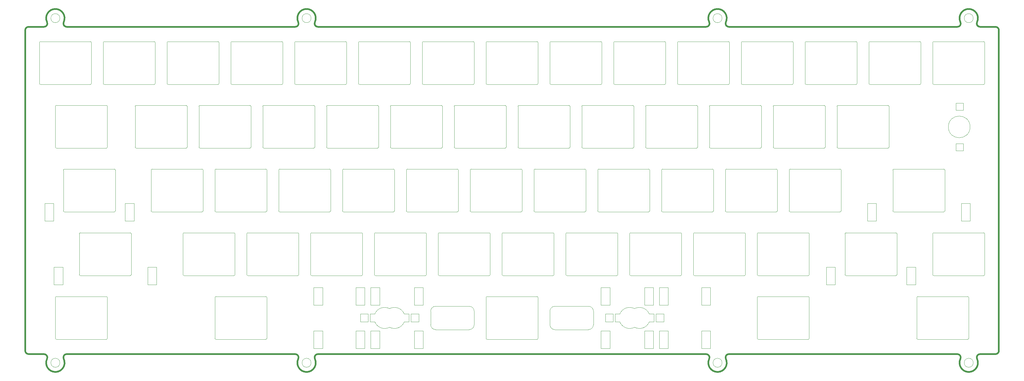
<source format=gbr>
%TF.GenerationSoftware,KiCad,Pcbnew,(5.1.10)-1*%
%TF.CreationDate,2021-06-20T12:47:20+07:00*%
%TF.ProjectId,Ansi,416e7369-2e6b-4696-9361-645f70636258,rev?*%
%TF.SameCoordinates,Original*%
%TF.FileFunction,Profile,NP*%
%FSLAX46Y46*%
G04 Gerber Fmt 4.6, Leading zero omitted, Abs format (unit mm)*
G04 Created by KiCad (PCBNEW (5.1.10)-1) date 2021-06-20 12:47:20*
%MOMM*%
%LPD*%
G01*
G04 APERTURE LIST*
%TA.AperFunction,Profile*%
%ADD10C,0.500000*%
%TD*%
%TA.AperFunction,Profile*%
%ADD11C,0.100000*%
%TD*%
G04 APERTURE END LIST*
D10*
X204467165Y-45740207D02*
G75*
G02*
X203562755Y-44313541I-1J1000000D01*
G01*
X198588504Y-44313540D02*
G75*
G02*
X203562755Y-44313541I2487126J1173333D01*
G01*
X198588506Y-44313540D02*
G75*
G02*
X197684097Y-45740207I-904409J-426667D01*
G01*
X81767814Y-45740207D02*
X197684097Y-45740207D01*
X81767815Y-45740207D02*
G75*
G02*
X80863405Y-44313541I-1J1000000D01*
G01*
X75889154Y-44313540D02*
G75*
G02*
X80863405Y-44313541I2487126J1173333D01*
G01*
X75889156Y-44313540D02*
G75*
G02*
X74984747Y-45740207I-904409J-426667D01*
G01*
X6767814Y-45740207D02*
X74984747Y-45740207D01*
X6767815Y-45740207D02*
G75*
G02*
X5863405Y-44313541I-1J1000000D01*
G01*
X889154Y-44313540D02*
G75*
G02*
X5863405Y-44313541I2487126J1173333D01*
G01*
X889156Y-44313540D02*
G75*
G02*
X-15253Y-45740207I-904409J-426667D01*
G01*
X-4623720Y-45740207D02*
X-15253Y-45740207D01*
X-5623720Y-46740207D02*
G75*
G02*
X-4623720Y-45740207I1000000J0D01*
G01*
X-5623719Y-142539537D02*
X-5623719Y-46740207D01*
X-4623720Y-143539536D02*
G75*
G02*
X-5623719Y-142539537I0J999999D01*
G01*
X-15253Y-143539537D02*
X-4623720Y-143539537D01*
X-15253Y-143539537D02*
G75*
G02*
X889156Y-144966204I0J-1000000D01*
G01*
X5863404Y-144966204D02*
G75*
G02*
X889156Y-144966204I-2487124J-1173333D01*
G01*
X5863405Y-144966204D02*
G75*
G02*
X6767814Y-143539537I904409J426667D01*
G01*
X74984747Y-143539537D02*
X6767814Y-143539537D01*
X74984747Y-143539537D02*
G75*
G02*
X75889156Y-144966204I0J-1000000D01*
G01*
X80863404Y-144966204D02*
G75*
G02*
X75889156Y-144966204I-2487124J-1173333D01*
G01*
X80863405Y-144966204D02*
G75*
G02*
X81767814Y-143539537I904409J426667D01*
G01*
X197684097Y-143539537D02*
X81767814Y-143539537D01*
X197684097Y-143539537D02*
G75*
G02*
X198588506Y-144966204I0J-1000000D01*
G01*
X203562754Y-144966204D02*
G75*
G02*
X198588506Y-144966204I-2487124J-1173333D01*
G01*
X203562755Y-144966204D02*
G75*
G02*
X204467164Y-143539537I904409J426667D01*
G01*
X272684097Y-143539537D02*
X204467164Y-143539537D01*
X272684097Y-143539537D02*
G75*
G02*
X273588506Y-144966204I0J-1000000D01*
G01*
X278562754Y-144966204D02*
G75*
G02*
X273588506Y-144966204I-2487124J-1173333D01*
G01*
X278562755Y-144966204D02*
G75*
G02*
X279467164Y-143539537I904409J426667D01*
G01*
X284075630Y-143539537D02*
X279467164Y-143539537D01*
X285075630Y-142539537D02*
G75*
G02*
X284075630Y-143539537I-1000000J0D01*
G01*
X285075630Y-46740207D02*
X285075630Y-142539537D01*
X284075630Y-45740207D02*
G75*
G02*
X285075630Y-46740207I0J-1000000D01*
G01*
X279467164Y-45740207D02*
X284075630Y-45740207D01*
X279467165Y-45740207D02*
G75*
G02*
X278562755Y-44313541I-1J1000000D01*
G01*
X273588504Y-44313540D02*
G75*
G02*
X278562755Y-44313541I2487126J1173333D01*
G01*
X273588506Y-44313540D02*
G75*
G02*
X272684097Y-45740207I-904409J-426667D01*
G01*
X204467164Y-45740207D02*
X272684097Y-45740207D01*
D11*
X51926479Y-50140380D02*
G75*
G02*
X52226479Y-50440380I0J-300000D01*
G01*
X52226479Y-50440380D02*
X52226480Y-62640380D01*
X202425630Y-146139537D02*
G75*
G03*
X202425630Y-146139537I-1350000J0D01*
G01*
X79726280Y-146139537D02*
G75*
G03*
X79726280Y-146139537I-1350000J0D01*
G01*
X4726280Y-146139537D02*
G75*
G03*
X4726280Y-146139537I-1350000J0D01*
G01*
X276478136Y-75640643D02*
G75*
G03*
X276478136Y-75640643I-3238500J0D01*
G01*
X202425630Y-43140207D02*
G75*
G03*
X202425630Y-43140207I-1350000J0D01*
G01*
X277425630Y-43140207D02*
G75*
G03*
X277425630Y-43140207I-1350000J0D01*
G01*
X277425630Y-146139537D02*
G75*
G03*
X277425630Y-146139537I-1350000J0D01*
G01*
X4726280Y-43140207D02*
G75*
G03*
X4726280Y-43140207I-1350000J0D01*
G01*
X79726280Y-43140207D02*
G75*
G03*
X79726280Y-43140207I-1350000J0D01*
G01*
X79588980Y-119790380D02*
X79588980Y-107590380D01*
X79888980Y-120090380D02*
G75*
G02*
X79588980Y-119790380I0J300000D01*
G01*
X94788980Y-120090380D02*
X79888980Y-120090380D01*
X95088979Y-119790381D02*
G75*
G02*
X94788980Y-120090380I-299999J0D01*
G01*
X95088980Y-107590380D02*
X95088980Y-119790380D01*
X94788980Y-107290380D02*
G75*
G02*
X95088980Y-107590380I0J-300000D01*
G01*
X79888980Y-107290380D02*
X94788980Y-107290380D01*
X79588980Y-107590380D02*
G75*
G02*
X79888980Y-107290380I300000J0D01*
G01*
X2855230Y-103725380D02*
X2855230Y-98515380D01*
X185229Y-103725380D02*
X2855230Y-103725380D01*
X185229Y-98515380D02*
X185229Y-103725380D01*
X2855230Y-98515380D02*
X185229Y-98515380D01*
X132276480Y-62940380D02*
G75*
G02*
X131976480Y-62640380I0J300000D01*
G01*
X131976480Y-50440380D02*
X131976480Y-62640380D01*
X131976480Y-50440380D02*
G75*
G02*
X132276480Y-50140380I300000J0D01*
G01*
X147176480Y-50140380D02*
X132276480Y-50140380D01*
X147176480Y-50140380D02*
G75*
G02*
X147476480Y-50440380I0J-300000D01*
G01*
X147476480Y-62640380D02*
X147476480Y-50440380D01*
X147476480Y-62640380D02*
G75*
G02*
X147176480Y-62940380I-300000J0D01*
G01*
X132276480Y-62940380D02*
X147176480Y-62940380D01*
X265626480Y-107290381D02*
X280526480Y-107290380D01*
X265326481Y-107590380D02*
G75*
G02*
X265626480Y-107290381I299999J0D01*
G01*
X265326480Y-119790380D02*
X265326480Y-107590380D01*
X265626480Y-120090380D02*
G75*
G02*
X265326480Y-119790380I0J300000D01*
G01*
X280526480Y-120090380D02*
X265626480Y-120090380D01*
X280826480Y-119790380D02*
G75*
G02*
X280526480Y-120090380I-300000J0D01*
G01*
X280826480Y-107590380D02*
X280826480Y-119790380D01*
X280526479Y-107290381D02*
G75*
G02*
X280826480Y-107590380I1J-300000D01*
G01*
X175751480Y-81990381D02*
X160851480Y-81990380D01*
X176051480Y-81690379D02*
G75*
G02*
X175751480Y-81990381I-300001J-1D01*
G01*
X176051480Y-69490380D02*
X176051480Y-81690380D01*
X175751480Y-69190380D02*
G75*
G02*
X176051480Y-69490380I0J-300000D01*
G01*
X160851480Y-69190380D02*
X175751480Y-69190381D01*
X160551480Y-69490380D02*
G75*
G02*
X160851480Y-69190380I300000J0D01*
G01*
X160551480Y-81690380D02*
X160551480Y-69490380D01*
X160851480Y-81990380D02*
G75*
G02*
X160551480Y-81690380I0J300000D01*
G01*
X74826480Y-62640380D02*
X74826480Y-50440380D01*
X75126480Y-62940380D02*
G75*
G02*
X74826480Y-62640380I0J300000D01*
G01*
X90026480Y-62940380D02*
X75126480Y-62940380D01*
X90326480Y-62640380D02*
G75*
G02*
X90026480Y-62940380I-300000J0D01*
G01*
X90326480Y-50440380D02*
X90326480Y-62640380D01*
X90026480Y-50140380D02*
G75*
G02*
X90326480Y-50440380I0J-300000D01*
G01*
X75126480Y-50140380D02*
X90026480Y-50140380D01*
X74826479Y-50440379D02*
G75*
G02*
X75126480Y-50140380I300000J-1D01*
G01*
X166276180Y-141823731D02*
X168943180Y-141823731D01*
X166276180Y-136616031D02*
X166276180Y-141823731D01*
X168943180Y-136616031D02*
X166276180Y-136616031D01*
X168943180Y-141823731D02*
X168943180Y-136616031D01*
X146563979Y-101040381D02*
G75*
G02*
X146263980Y-100740380I1J300000D01*
G01*
X146263980Y-88540380D02*
X146263980Y-100740380D01*
X146263980Y-88540380D02*
G75*
G02*
X146563980Y-88240380I300000J0D01*
G01*
X161463980Y-88240380D02*
X146563980Y-88240380D01*
X161463978Y-88240380D02*
G75*
G02*
X161763980Y-88540380I1J-300001D01*
G01*
X161763980Y-100740380D02*
X161763980Y-88540380D01*
X161763979Y-100740381D02*
G75*
G02*
X161463980Y-101040380I-299999J0D01*
G01*
X146563980Y-101040380D02*
X161463980Y-101040380D01*
X260863980Y-126340381D02*
X275763980Y-126340380D01*
X260563980Y-126640379D02*
G75*
G02*
X260863980Y-126340381I299999J-1D01*
G01*
X260563980Y-138840380D02*
X260563980Y-126640380D01*
X260863980Y-139140380D02*
G75*
G02*
X260563980Y-138840380I0J300000D01*
G01*
X275763980Y-139140380D02*
X260863980Y-139140380D01*
X276063980Y-138840380D02*
G75*
G02*
X275763980Y-139140380I-300000J0D01*
G01*
X276063980Y-126640380D02*
X276063980Y-138840380D01*
X275763980Y-126340380D02*
G75*
G02*
X276063980Y-126640380I0J-300000D01*
G01*
X151938980Y-107290380D02*
G75*
G02*
X152238980Y-107590380I0J-300000D01*
G01*
X152238980Y-119790380D02*
X152238980Y-107590380D01*
X152238979Y-119790381D02*
G75*
G02*
X151938980Y-120090380I-299999J0D01*
G01*
X137038980Y-120090381D02*
X151938980Y-120090380D01*
X137038980Y-120090381D02*
G75*
G02*
X136738979Y-119790380I0J300001D01*
G01*
X136738980Y-107590380D02*
X136738979Y-119790380D01*
X136738979Y-107590379D02*
G75*
G02*
X137038980Y-107290380I300000J-1D01*
G01*
X151938980Y-107290380D02*
X137038980Y-107290380D01*
X168943180Y-128863731D02*
X168943180Y-123656031D01*
X166276180Y-128863731D02*
X168943180Y-128863731D01*
X166276180Y-123656031D02*
X166276180Y-128863731D01*
X168943180Y-123656031D02*
X166276180Y-123656031D01*
X37026480Y-50140380D02*
X51926480Y-50140380D01*
X36726480Y-50440380D02*
G75*
G02*
X37026480Y-50140380I300000J0D01*
G01*
X36726480Y-62640380D02*
X36726480Y-50440380D01*
X37026480Y-62940380D02*
G75*
G02*
X36726480Y-62640380I0J300000D01*
G01*
X51926480Y-62940380D02*
X37026480Y-62940380D01*
X52226479Y-62640379D02*
G75*
G02*
X51926480Y-62940380I-300000J-1D01*
G01*
X41788980Y-107290380D02*
X56688980Y-107290380D01*
X41488980Y-107590380D02*
G75*
G02*
X41788980Y-107290380I300000J0D01*
G01*
X41488980Y-119790380D02*
X41488980Y-107590380D01*
X41788980Y-120090380D02*
G75*
G02*
X41488980Y-119790380I0J300000D01*
G01*
X56688980Y-120090380D02*
X41788980Y-120090380D01*
X56988980Y-119790380D02*
G75*
G02*
X56688980Y-120090380I-300000J0D01*
G01*
X56988980Y-107590380D02*
X56988980Y-119790380D01*
X56688980Y-107290380D02*
G75*
G02*
X56988980Y-107590380I0J-300000D01*
G01*
X56076480Y-50140380D02*
X70976480Y-50140380D01*
X55776480Y-50440380D02*
G75*
G02*
X56076480Y-50140380I300000J0D01*
G01*
X55776479Y-62640380D02*
X55776480Y-50440380D01*
X56076480Y-62940381D02*
G75*
G02*
X55776479Y-62640380I0J300001D01*
G01*
X70976480Y-62940380D02*
X56076480Y-62940380D01*
X71276479Y-62640379D02*
G75*
G02*
X70976480Y-62940380I-300000J-1D01*
G01*
X71276480Y-50440380D02*
X71276480Y-62640380D01*
X70976480Y-50140380D02*
G75*
G02*
X71276480Y-50440380I0J-300000D01*
G01*
X272247438Y-70623984D02*
X274431838Y-70623984D01*
X272247438Y-68490384D02*
X272247438Y-70623984D01*
X274431838Y-68490384D02*
X272247438Y-68490384D01*
X274431838Y-70623984D02*
X274431838Y-68490384D01*
X228438980Y-126640380D02*
X228438980Y-138840380D01*
X228138980Y-126340380D02*
G75*
G02*
X228438980Y-126640380I0J-300000D01*
G01*
X213238980Y-126340381D02*
X228138980Y-126340380D01*
X212938980Y-126640379D02*
G75*
G02*
X213238980Y-126340381I299999J-1D01*
G01*
X212938980Y-138840380D02*
X212938980Y-126640380D01*
X213238980Y-139140380D02*
G75*
G02*
X212938980Y-138840380I0J300000D01*
G01*
X228138980Y-139140380D02*
X213238980Y-139140381D01*
X228438980Y-138840380D02*
G75*
G02*
X228138980Y-139140380I-300000J0D01*
G01*
X27501480Y-81990380D02*
G75*
G02*
X27201480Y-81690380I0J300000D01*
G01*
X27201479Y-69490380D02*
X27201480Y-81690380D01*
X27201479Y-69490379D02*
G75*
G02*
X27501480Y-69190380I300000J-1D01*
G01*
X42401480Y-69190380D02*
X27501480Y-69190380D01*
X42401480Y-69190381D02*
G75*
G02*
X42701479Y-69490380I0J-299999D01*
G01*
X42701479Y-81690380D02*
X42701479Y-69490380D01*
X42701480Y-81690380D02*
G75*
G02*
X42401480Y-81990380I-300000J0D01*
G01*
X27501479Y-81990380D02*
X42401480Y-81990380D01*
X280526480Y-62940381D02*
X265626480Y-62940380D01*
X280826481Y-62640380D02*
G75*
G02*
X280526480Y-62940381I-300001J0D01*
G01*
X280826480Y-50440380D02*
X280826480Y-62640380D01*
X280526478Y-50140380D02*
G75*
G02*
X280826480Y-50440380I1J-300001D01*
G01*
X265626480Y-50140380D02*
X280526480Y-50140380D01*
X265326480Y-50440380D02*
G75*
G02*
X265626480Y-50140380I300000J0D01*
G01*
X265326480Y-62640380D02*
X265326480Y-50440380D01*
X265626479Y-62940381D02*
G75*
G02*
X265326480Y-62640380I1J300000D01*
G01*
X80501480Y-69190381D02*
G75*
G02*
X80801479Y-69490380I0J-299999D01*
G01*
X80801480Y-81690380D02*
X80801479Y-69490380D01*
X80801480Y-81690380D02*
G75*
G02*
X80501480Y-81990380I-300000J0D01*
G01*
X65601480Y-81990380D02*
X80501480Y-81990380D01*
X65601480Y-81990380D02*
G75*
G02*
X65301480Y-81690380I0J300000D01*
G01*
X65301479Y-69490380D02*
X65301480Y-81690380D01*
X65301479Y-69490379D02*
G75*
G02*
X65601480Y-69190380I300000J-1D01*
G01*
X80501480Y-69190380D02*
X65601480Y-69190380D01*
X253420230Y-88540380D02*
G75*
G02*
X253720230Y-88240380I300000J0D01*
G01*
X268620230Y-88240380D02*
X253720230Y-88240380D01*
X268620230Y-88240380D02*
G75*
G02*
X268920230Y-88540380I0J-300000D01*
G01*
X268920230Y-100740380D02*
X268920230Y-88540380D01*
X268920230Y-100740380D02*
G75*
G02*
X268620230Y-101040380I-300000J0D01*
G01*
X253720230Y-101040380D02*
X268620230Y-101040380D01*
X253720230Y-101040380D02*
G75*
G02*
X253420230Y-100740380I0J300000D01*
G01*
X253420230Y-88540380D02*
X253420230Y-100740380D01*
X198951480Y-69190380D02*
X213851480Y-69190380D01*
X198651480Y-69490380D02*
G75*
G02*
X198951480Y-69190380I300000J0D01*
G01*
X198651480Y-81690380D02*
X198651480Y-69490380D01*
X198951480Y-81990380D02*
G75*
G02*
X198651480Y-81690380I0J300000D01*
G01*
X213851480Y-81990380D02*
X198951480Y-81990380D01*
X214151480Y-81690380D02*
G75*
G02*
X213851480Y-81990380I-300000J0D01*
G01*
X214151480Y-69490380D02*
X214151480Y-81690380D01*
X213851480Y-69190380D02*
G75*
G02*
X214151480Y-69490380I0J-300000D01*
G01*
X254332729Y-107290381D02*
G75*
G02*
X254632730Y-107590380I1J-300000D01*
G01*
X254632730Y-119790380D02*
X254632730Y-107590380D01*
X254632731Y-119790380D02*
G75*
G02*
X254332730Y-120090381I-300001J0D01*
G01*
X239432730Y-120090381D02*
X254332730Y-120090381D01*
X239432730Y-120090380D02*
G75*
G02*
X239132730Y-119790380I0J300000D01*
G01*
X239132730Y-107590380D02*
X239132730Y-119790380D01*
X239132730Y-107590380D02*
G75*
G02*
X239432730Y-107290380I300000J0D01*
G01*
X254332730Y-107290380D02*
X239432730Y-107290380D01*
X218913980Y-88540380D02*
X218913980Y-100740380D01*
X218613980Y-88240380D02*
G75*
G02*
X218913980Y-88540380I0J-300000D01*
G01*
X203713980Y-88240380D02*
X218613980Y-88240380D01*
X203413980Y-88540380D02*
G75*
G02*
X203713980Y-88240380I300000J0D01*
G01*
X203413980Y-100740380D02*
X203413980Y-88540380D01*
X203713980Y-101040380D02*
G75*
G02*
X203413980Y-100740380I0J300000D01*
G01*
X218613980Y-101040380D02*
X203713980Y-101040380D01*
X218913980Y-100740380D02*
G75*
G02*
X218613980Y-101040380I-300000J0D01*
G01*
X195101480Y-81690380D02*
G75*
G02*
X194801480Y-81990380I-300000J0D01*
G01*
X179901480Y-81990380D02*
X194801480Y-81990380D01*
X179901480Y-81990380D02*
G75*
G02*
X179601480Y-81690380I0J300000D01*
G01*
X179601480Y-69490380D02*
X179601480Y-81690380D01*
X179601479Y-69490379D02*
G75*
G02*
X179901480Y-69190380I300000J-1D01*
G01*
X194801480Y-69190380D02*
X179901480Y-69190380D01*
X194801480Y-69190380D02*
G75*
G02*
X195101480Y-69490380I0J-300000D01*
G01*
X195101480Y-81690380D02*
X195101480Y-69490380D01*
X151326480Y-62940380D02*
G75*
G02*
X151026480Y-62640380I0J300000D01*
G01*
X151026480Y-50440380D02*
X151026480Y-62640380D01*
X151026480Y-50440380D02*
G75*
G02*
X151326480Y-50140380I300000J0D01*
G01*
X166226480Y-50140380D02*
X151326480Y-50140380D01*
X166226479Y-50140381D02*
G75*
G02*
X166526480Y-50440380I1J-300000D01*
G01*
X166526480Y-62640380D02*
X166526480Y-50440380D01*
X166526480Y-62640380D02*
G75*
G02*
X166226480Y-62940380I-300000J0D01*
G01*
X151326480Y-62940380D02*
X166226480Y-62940380D01*
X5617729Y-117565380D02*
X2947729Y-117565380D01*
X5617729Y-122775380D02*
X5617729Y-117565380D01*
X2947729Y-122775380D02*
X5617729Y-122775380D01*
X2947729Y-117565380D02*
X2947729Y-122775380D01*
X60838980Y-120090380D02*
G75*
G02*
X60538980Y-119790380I0J300000D01*
G01*
X60538980Y-107590380D02*
X60538980Y-119790380D01*
X60538980Y-107590380D02*
G75*
G02*
X60838980Y-107290380I300000J0D01*
G01*
X75738979Y-107290380D02*
X60838980Y-107290380D01*
X75738980Y-107290380D02*
G75*
G02*
X76038980Y-107590380I0J-300000D01*
G01*
X76038979Y-119790380D02*
X76038980Y-107590380D01*
X76038979Y-119790382D02*
G75*
G02*
X75738979Y-120090380I-299999J1D01*
G01*
X60838980Y-120090380D02*
X75738979Y-120090380D01*
X260217730Y-122775380D02*
X260217730Y-117565380D01*
X257547730Y-122775380D02*
X260217730Y-122775380D01*
X257547730Y-117565380D02*
X257547730Y-122775380D01*
X260217730Y-117565380D02*
X257547730Y-117565380D01*
X17976480Y-50140380D02*
X32876480Y-50140380D01*
X17676480Y-50440380D02*
G75*
G02*
X17976480Y-50140380I300000J0D01*
G01*
X17676479Y-62640380D02*
X17676480Y-50440380D01*
X17976480Y-62940381D02*
G75*
G02*
X17676479Y-62640380I0J300001D01*
G01*
X32876480Y-62940380D02*
X17976479Y-62940380D01*
X33176479Y-62640379D02*
G75*
G02*
X32876480Y-62940380I-300000J-1D01*
G01*
X33176480Y-50440380D02*
X33176480Y-62640380D01*
X32876479Y-50140379D02*
G75*
G02*
X33176480Y-50440380I0J-300001D01*
G01*
X21270230Y-88540380D02*
X21270230Y-100740380D01*
X20970230Y-88240380D02*
G75*
G02*
X21270230Y-88540380I0J-300000D01*
G01*
X6070230Y-88240380D02*
X20970230Y-88240380D01*
X5770229Y-88540379D02*
G75*
G02*
X6070230Y-88240380I300000J-1D01*
G01*
X5770230Y-100740380D02*
X5770229Y-88540380D01*
X6070230Y-101040380D02*
G75*
G02*
X5770230Y-100740380I0J300000D01*
G01*
X20970230Y-101040380D02*
X6070230Y-101040380D01*
X21270230Y-100740380D02*
G75*
G02*
X20970230Y-101040380I-300000J0D01*
G01*
X272247438Y-82790902D02*
X274431838Y-82790902D01*
X272247438Y-80657302D02*
X272247438Y-82790902D01*
X274431838Y-80657302D02*
X272247438Y-80657302D01*
X274431838Y-82790902D02*
X274431838Y-80657302D01*
X26855230Y-103725380D02*
X26855230Y-98515380D01*
X24185230Y-103725380D02*
X26855230Y-103725380D01*
X24185230Y-98515380D02*
X24185230Y-103725380D01*
X26855230Y-98515380D02*
X24185230Y-98515380D01*
X13826479Y-50140379D02*
G75*
G02*
X14126480Y-50440380I0J-300001D01*
G01*
X14126480Y-62640380D02*
X14126480Y-50440380D01*
X14126479Y-62640379D02*
G75*
G02*
X13826480Y-62940380I-300000J-1D01*
G01*
X-1073520Y-62940380D02*
X13826480Y-62940380D01*
X-1073520Y-62940381D02*
G75*
G02*
X-1373521Y-62640380I0J300001D01*
G01*
X-1373520Y-50440380D02*
X-1373521Y-62640380D01*
X-1373520Y-50440380D02*
G75*
G02*
X-1073520Y-50140380I300000J0D01*
G01*
X13826480Y-50140380D02*
X-1073520Y-50140380D01*
X70363980Y-88240380D02*
X85263980Y-88240380D01*
X70063980Y-88540380D02*
G75*
G02*
X70363980Y-88240380I300000J0D01*
G01*
X70063980Y-100740380D02*
X70063980Y-88540380D01*
X70363979Y-101040381D02*
G75*
G02*
X70063980Y-100740380I1J300000D01*
G01*
X85263980Y-101040380D02*
X70363980Y-101040380D01*
X85563980Y-100740380D02*
G75*
G02*
X85263980Y-101040380I-300000J0D01*
G01*
X85563980Y-88540380D02*
X85563980Y-100740380D01*
X85263980Y-88240380D02*
G75*
G02*
X85563980Y-88540380I0J-300000D01*
G01*
X3388980Y-81690380D02*
X3388980Y-69490380D01*
X3688980Y-81990380D02*
G75*
G02*
X3388980Y-81690380I0J300000D01*
G01*
X18588980Y-81990380D02*
X3688979Y-81990380D01*
X18888979Y-81690379D02*
G75*
G02*
X18588980Y-81990380I-300000J-1D01*
G01*
X18888980Y-69490380D02*
X18888980Y-81690380D01*
X18588980Y-69190380D02*
G75*
G02*
X18888980Y-69490380I0J-300000D01*
G01*
X3688980Y-69190380D02*
X18588980Y-69190380D01*
X3388979Y-69490379D02*
G75*
G02*
X3688980Y-69190380I300000J-1D01*
G01*
X147176480Y-126340380D02*
G75*
G02*
X147476480Y-126640380I0J-300000D01*
G01*
X147476479Y-138840380D02*
X147476480Y-126640380D01*
X147476479Y-138840379D02*
G75*
G02*
X147176480Y-139140380I-300000J-1D01*
G01*
X132276480Y-139140381D02*
X147176480Y-139140380D01*
X132276480Y-139140380D02*
G75*
G02*
X131976480Y-138840380I0J300000D01*
G01*
X131976480Y-126640380D02*
X131976480Y-138840380D01*
X131976479Y-126640381D02*
G75*
G02*
X132276480Y-126340380I300001J0D01*
G01*
X147176480Y-126340380D02*
X132276480Y-126340380D01*
X66513979Y-100740379D02*
G75*
G02*
X66213980Y-101040380I-300000J-1D01*
G01*
X51313980Y-101040380D02*
X66213980Y-101040380D01*
X51313980Y-101040380D02*
G75*
G02*
X51013980Y-100740380I0J300000D01*
G01*
X51013980Y-88540380D02*
X51013980Y-100740380D01*
X51013980Y-88540380D02*
G75*
G02*
X51313980Y-88240380I300000J0D01*
G01*
X66213979Y-88240380D02*
X51313980Y-88240380D01*
X66213979Y-88240379D02*
G75*
G02*
X66513980Y-88540380I0J-300001D01*
G01*
X66513980Y-100740380D02*
X66513980Y-88540380D01*
X155788980Y-107590380D02*
G75*
G02*
X156088980Y-107290380I300000J0D01*
G01*
X170988980Y-107290380D02*
X156088980Y-107290380D01*
X170988979Y-107290381D02*
G75*
G02*
X171288980Y-107590380I1J-300000D01*
G01*
X171288980Y-119790380D02*
X171288980Y-107590380D01*
X171288979Y-119790381D02*
G75*
G02*
X170988980Y-120090380I-299999J0D01*
G01*
X156088980Y-120090381D02*
X170988980Y-120090380D01*
X156088979Y-120090381D02*
G75*
G02*
X155788980Y-119790380I1J300000D01*
G01*
X155788979Y-107590380D02*
X155788980Y-119790380D01*
X112926479Y-50440380D02*
G75*
G02*
X113226479Y-50140380I300000J0D01*
G01*
X128126480Y-50140380D02*
X113226479Y-50140380D01*
X128126479Y-50140379D02*
G75*
G02*
X128426480Y-50440380I0J-300001D01*
G01*
X128426480Y-62640380D02*
X128426480Y-50440380D01*
X128426479Y-62640379D02*
G75*
G02*
X128126480Y-62940380I-300000J-1D01*
G01*
X113226479Y-62940380D02*
X128126480Y-62940380D01*
X113226478Y-62940380D02*
G75*
G02*
X112926480Y-62640380I1J299999D01*
G01*
X112926480Y-50440380D02*
X112926480Y-62640380D01*
X233201480Y-81690380D02*
G75*
G02*
X232901480Y-81990380I-300000J0D01*
G01*
X218001480Y-81990380D02*
X232901480Y-81990380D01*
X218001480Y-81990380D02*
G75*
G02*
X217701480Y-81690380I0J300000D01*
G01*
X217701480Y-69490380D02*
X217701480Y-81690380D01*
X217701480Y-69490380D02*
G75*
G02*
X218001480Y-69190380I300000J0D01*
G01*
X232901480Y-69190380D02*
X218001480Y-69190380D01*
X232901480Y-69190380D02*
G75*
G02*
X233201480Y-69490380I0J-300000D01*
G01*
X233201480Y-81690380D02*
X233201480Y-69490380D01*
X137951479Y-81690381D02*
G75*
G02*
X137651480Y-81990380I-299999J0D01*
G01*
X122751480Y-81990380D02*
X137651480Y-81990380D01*
X122751480Y-81990380D02*
G75*
G02*
X122451480Y-81690380I0J300000D01*
G01*
X122451480Y-69490380D02*
X122451480Y-81690380D01*
X122451480Y-69490380D02*
G75*
G02*
X122751480Y-69190380I300000J0D01*
G01*
X137651480Y-69190381D02*
X122751480Y-69190380D01*
X137651480Y-69190380D02*
G75*
G02*
X137951480Y-69490380I0J-300000D01*
G01*
X137951480Y-81690380D02*
X137951480Y-69490380D01*
X252251480Y-69490380D02*
X252251480Y-81690380D01*
X251951480Y-69190380D02*
G75*
G02*
X252251480Y-69490380I0J-300000D01*
G01*
X237051480Y-69190380D02*
X251951480Y-69190380D01*
X236751479Y-69490379D02*
G75*
G02*
X237051480Y-69190380I300000J-1D01*
G01*
X236751480Y-81690380D02*
X236751479Y-69490380D01*
X237051480Y-81990380D02*
G75*
G02*
X236751480Y-81690380I0J300000D01*
G01*
X251951480Y-81990380D02*
X237051480Y-81990380D01*
X252251480Y-81690380D02*
G75*
G02*
X251951480Y-81990380I-300000J0D01*
G01*
X66213978Y-126340380D02*
G75*
G02*
X66513980Y-126640380I1J-300001D01*
G01*
X66513980Y-138840380D02*
X66513980Y-126640380D01*
X66513980Y-138840380D02*
G75*
G02*
X66213980Y-139140380I-300000J0D01*
G01*
X51313980Y-139140381D02*
X66213980Y-139140380D01*
X51313979Y-139140381D02*
G75*
G02*
X51013980Y-138840380I1J300000D01*
G01*
X51013980Y-126640380D02*
X51013980Y-138840380D01*
X51013980Y-126640380D02*
G75*
G02*
X51313980Y-126340380I300000J0D01*
G01*
X66213979Y-126340380D02*
X51313980Y-126340380D01*
X222763980Y-101040380D02*
G75*
G02*
X222463980Y-100740380I0J300000D01*
G01*
X222463980Y-88540380D02*
X222463980Y-100740380D01*
X222463980Y-88540380D02*
G75*
G02*
X222763980Y-88240380I300000J0D01*
G01*
X237663980Y-88240380D02*
X222763980Y-88240380D01*
X237663979Y-88240379D02*
G75*
G02*
X237963980Y-88540380I0J-300001D01*
G01*
X237963980Y-100740380D02*
X237963980Y-88540380D01*
X237963979Y-100740381D02*
G75*
G02*
X237663980Y-101040380I-299999J0D01*
G01*
X222763980Y-101040380D02*
X237663980Y-101040380D01*
X61751480Y-81690380D02*
G75*
G02*
X61451480Y-81990380I-300000J0D01*
G01*
X46551480Y-81990380D02*
X61451480Y-81990380D01*
X46551480Y-81990380D02*
G75*
G02*
X46251480Y-81690380I0J300000D01*
G01*
X46251479Y-69490380D02*
X46251480Y-81690380D01*
X46251479Y-69490379D02*
G75*
G02*
X46551480Y-69190380I300000J-1D01*
G01*
X61451480Y-69190380D02*
X46551480Y-69190380D01*
X61451480Y-69190380D02*
G75*
G02*
X61751480Y-69490380I0J-300000D01*
G01*
X61751480Y-81690380D02*
X61751480Y-69490380D01*
X233547730Y-122775380D02*
X236217730Y-122775380D01*
X233547730Y-117565380D02*
X233547730Y-122775380D01*
X236217730Y-117565380D02*
X233547730Y-117565380D01*
X236217730Y-122775380D02*
X236217730Y-117565380D01*
X245835230Y-98515380D02*
X245835230Y-103725380D01*
X248505230Y-98515380D02*
X245835230Y-98515380D01*
X248505230Y-103725380D02*
X248505230Y-98515380D01*
X245835230Y-103725380D02*
X248505230Y-103725380D01*
X98638980Y-119790380D02*
X98638980Y-107590380D01*
X98938980Y-120090380D02*
G75*
G02*
X98638980Y-119790380I0J300000D01*
G01*
X113838980Y-120090380D02*
X98938980Y-120090381D01*
X114138979Y-119790381D02*
G75*
G02*
X113838980Y-120090380I-299999J0D01*
G01*
X114138980Y-107590380D02*
X114138980Y-119790380D01*
X113838980Y-107290380D02*
G75*
G02*
X114138980Y-107590380I0J-300000D01*
G01*
X98938980Y-107290380D02*
X113838980Y-107290381D01*
X98638980Y-107590380D02*
G75*
G02*
X98938980Y-107290380I300000J0D01*
G01*
X117688980Y-107590380D02*
G75*
G02*
X117988980Y-107290380I300000J0D01*
G01*
X132888980Y-107290380D02*
X117988980Y-107290380D01*
X132888979Y-107290381D02*
G75*
G02*
X133188980Y-107590380I1J-300000D01*
G01*
X133188979Y-119790380D02*
X133188980Y-107590380D01*
X133188979Y-119790381D02*
G75*
G02*
X132888980Y-120090380I-299999J0D01*
G01*
X117988980Y-120090380D02*
X132888980Y-120090380D01*
X117988980Y-120090380D02*
G75*
G02*
X117688980Y-119790380I0J300000D01*
G01*
X117688980Y-107590380D02*
X117688980Y-119790380D01*
X104313980Y-88240380D02*
G75*
G02*
X104613980Y-88540380I0J-300000D01*
G01*
X104613980Y-100740380D02*
X104613980Y-88540380D01*
X104613980Y-100740380D02*
G75*
G02*
X104313980Y-101040380I-300000J0D01*
G01*
X89413980Y-101040380D02*
X104313980Y-101040380D01*
X89413980Y-101040380D02*
G75*
G02*
X89113980Y-100740380I0J300000D01*
G01*
X89113980Y-88540380D02*
X89113980Y-100740380D01*
X89113980Y-88540380D02*
G75*
G02*
X89413980Y-88240380I300000J0D01*
G01*
X104313979Y-88240380D02*
X89413980Y-88240380D01*
X33617730Y-117565380D02*
X30947730Y-117565380D01*
X33617730Y-122775380D02*
X33617730Y-117565380D01*
X30947730Y-122775380D02*
X33617730Y-122775380D01*
X30947730Y-117565380D02*
X30947730Y-122775380D01*
X47463980Y-100740380D02*
G75*
G02*
X47163980Y-101040380I-300000J0D01*
G01*
X32263980Y-101040380D02*
X47163980Y-101040380D01*
X32263980Y-101040380D02*
G75*
G02*
X31963980Y-100740380I0J300000D01*
G01*
X31963980Y-88540380D02*
X31963980Y-100740380D01*
X31963980Y-88540380D02*
G75*
G02*
X32263980Y-88240380I300000J0D01*
G01*
X47163980Y-88240380D02*
X32263980Y-88240380D01*
X47163980Y-88240381D02*
G75*
G02*
X47463979Y-88540380I0J-299999D01*
G01*
X47463979Y-100740380D02*
X47463979Y-88540380D01*
X261776479Y-62640381D02*
G75*
G02*
X261476480Y-62940380I-299999J0D01*
G01*
X246576480Y-62940380D02*
X261476480Y-62940380D01*
X246576480Y-62940380D02*
G75*
G02*
X246276480Y-62640380I0J300000D01*
G01*
X246276480Y-50440380D02*
X246276480Y-62640380D01*
X246276480Y-50440380D02*
G75*
G02*
X246576480Y-50140380I300000J0D01*
G01*
X261476480Y-50140380D02*
X246576480Y-50140380D01*
X261476479Y-50140379D02*
G75*
G02*
X261776480Y-50440380I0J-300001D01*
G01*
X261776480Y-62640380D02*
X261776480Y-50440380D01*
X273835230Y-98515380D02*
X273835230Y-103725380D01*
X276505230Y-98515380D02*
X273835230Y-98515380D01*
X276505230Y-103725380D02*
X276505230Y-98515380D01*
X273835230Y-103725380D02*
X276505230Y-103725380D01*
X10832729Y-120090381D02*
G75*
G02*
X10532730Y-119790380I1J300000D01*
G01*
X10532729Y-107590380D02*
X10532730Y-119790380D01*
X10532729Y-107590379D02*
G75*
G02*
X10832730Y-107290380I300000J-1D01*
G01*
X25732730Y-107290380D02*
X10832730Y-107290380D01*
X25732730Y-107290380D02*
G75*
G02*
X26032730Y-107590380I0J-300000D01*
G01*
X26032729Y-119790380D02*
X26032730Y-107590380D01*
X26032729Y-119790381D02*
G75*
G02*
X25732730Y-120090380I-299999J0D01*
G01*
X10832729Y-120090380D02*
X25732730Y-120090380D01*
X165613980Y-101040380D02*
G75*
G02*
X165313980Y-100740380I0J300000D01*
G01*
X165313980Y-88540380D02*
X165313980Y-100740380D01*
X165313980Y-88540380D02*
G75*
G02*
X165613980Y-88240380I300000J0D01*
G01*
X180513980Y-88240380D02*
X165613980Y-88240380D01*
X180513980Y-88240380D02*
G75*
G02*
X180813980Y-88540380I0J-300000D01*
G01*
X180813980Y-100740380D02*
X180813980Y-88540380D01*
X180813980Y-100740380D02*
G75*
G02*
X180513980Y-101040380I-300000J0D01*
G01*
X165613980Y-101040380D02*
X180513980Y-101040380D01*
X228138980Y-120090380D02*
X213238980Y-120090381D01*
X228438980Y-119790380D02*
G75*
G02*
X228138980Y-120090380I-300000J0D01*
G01*
X228438980Y-107590380D02*
X228438980Y-119790380D01*
X228138979Y-107290381D02*
G75*
G02*
X228438980Y-107590380I1J-300000D01*
G01*
X213238980Y-107290380D02*
X228138980Y-107290380D01*
X212938979Y-107590379D02*
G75*
G02*
X213238980Y-107290380I300000J-1D01*
G01*
X212938980Y-119790380D02*
X212938980Y-107590380D01*
X213238980Y-120090380D02*
G75*
G02*
X212938980Y-119790380I0J300000D01*
G01*
X204626479Y-62640381D02*
G75*
G02*
X204326480Y-62940380I-299999J0D01*
G01*
X189426480Y-62940381D02*
X204326480Y-62940380D01*
X189426480Y-62940380D02*
G75*
G02*
X189126480Y-62640380I0J300000D01*
G01*
X189126480Y-50440380D02*
X189126480Y-62640380D01*
X189126479Y-50440381D02*
G75*
G02*
X189426480Y-50140380I300001J0D01*
G01*
X204326480Y-50140380D02*
X189426480Y-50140380D01*
X204326480Y-50140380D02*
G75*
G02*
X204626480Y-50440380I0J-300000D01*
G01*
X204626480Y-62640380D02*
X204626480Y-50440380D01*
X209088980Y-120090380D02*
X194188980Y-120090380D01*
X209388979Y-119790381D02*
G75*
G02*
X209088980Y-120090380I-299999J0D01*
G01*
X209388980Y-107590380D02*
X209388980Y-119790380D01*
X209088980Y-107290380D02*
G75*
G02*
X209388980Y-107590380I0J-300000D01*
G01*
X194188980Y-107290380D02*
X209088980Y-107290381D01*
X193888980Y-107590380D02*
G75*
G02*
X194188980Y-107290380I300000J0D01*
G01*
X193888980Y-119790380D02*
X193888980Y-107590380D01*
X194188980Y-120090380D02*
G75*
G02*
X193888980Y-119790380I0J300000D01*
G01*
X185276479Y-50140381D02*
G75*
G02*
X185576480Y-50440380I1J-300000D01*
G01*
X185576480Y-62640380D02*
X185576480Y-50440380D01*
X185576480Y-62640380D02*
G75*
G02*
X185276480Y-62940380I-300000J0D01*
G01*
X170376480Y-62940380D02*
X185276480Y-62940380D01*
X170376479Y-62940381D02*
G75*
G02*
X170076480Y-62640380I1J300000D01*
G01*
X170076480Y-50440380D02*
X170076480Y-62640380D01*
X170076480Y-50440380D02*
G75*
G02*
X170376480Y-50140380I300000J0D01*
G01*
X185276480Y-50140380D02*
X170376480Y-50140380D01*
X208476480Y-50140380D02*
X223376480Y-50140381D01*
X208176479Y-50440381D02*
G75*
G02*
X208476480Y-50140380I300001J0D01*
G01*
X208176480Y-62640380D02*
X208176480Y-50440380D01*
X208476479Y-62940381D02*
G75*
G02*
X208176480Y-62640380I1J300000D01*
G01*
X223376480Y-62940380D02*
X208476480Y-62940380D01*
X223676480Y-62640380D02*
G75*
G02*
X223376480Y-62940380I-300000J0D01*
G01*
X223676480Y-50440380D02*
X223676480Y-62640380D01*
X223376480Y-50140380D02*
G75*
G02*
X223676480Y-50440380I0J-300000D01*
G01*
X141501480Y-69490380D02*
G75*
G02*
X141801480Y-69190380I300000J0D01*
G01*
X156701480Y-69190380D02*
X141801480Y-69190380D01*
X156701480Y-69190380D02*
G75*
G02*
X157001480Y-69490380I0J-300000D01*
G01*
X157001480Y-81690380D02*
X157001480Y-69490380D01*
X157001480Y-81690380D02*
G75*
G02*
X156701480Y-81990380I-300000J0D01*
G01*
X141801480Y-81990380D02*
X156701480Y-81990380D01*
X141801480Y-81990380D02*
G75*
G02*
X141501480Y-81690380I0J300000D01*
G01*
X141501480Y-69490380D02*
X141501480Y-81690380D01*
X142713980Y-100740380D02*
G75*
G02*
X142413980Y-101040380I-300000J0D01*
G01*
X127513980Y-101040380D02*
X142413980Y-101040380D01*
X127513980Y-101040380D02*
G75*
G02*
X127213980Y-100740380I0J300000D01*
G01*
X127213980Y-88540380D02*
X127213980Y-100740380D01*
X127213980Y-88540380D02*
G75*
G02*
X127513980Y-88240380I300000J0D01*
G01*
X142413980Y-88240380D02*
X127513980Y-88240380D01*
X142413980Y-88240380D02*
G75*
G02*
X142713980Y-88540380I0J-300000D01*
G01*
X142713980Y-100740380D02*
X142713980Y-88540380D01*
X174838980Y-119790380D02*
X174838980Y-107590380D01*
X175138980Y-120090380D02*
G75*
G02*
X174838980Y-119790380I0J300000D01*
G01*
X190038980Y-120090381D02*
X175138980Y-120090380D01*
X190338981Y-119790380D02*
G75*
G02*
X190038980Y-120090381I-300001J0D01*
G01*
X190338980Y-107590380D02*
X190338980Y-119790380D01*
X190038978Y-107290380D02*
G75*
G02*
X190338980Y-107590380I1J-300001D01*
G01*
X175138980Y-107290380D02*
X190038980Y-107290380D01*
X174838980Y-107590380D02*
G75*
G02*
X175138980Y-107290380I300000J0D01*
G01*
X227226480Y-62640380D02*
X227226480Y-50440380D01*
X227526479Y-62940381D02*
G75*
G02*
X227226480Y-62640380I1J300000D01*
G01*
X242426480Y-62940381D02*
X227526480Y-62940380D01*
X242726480Y-62640379D02*
G75*
G02*
X242426480Y-62940381I-300001J-1D01*
G01*
X242726480Y-50440380D02*
X242726480Y-62640380D01*
X242426478Y-50140380D02*
G75*
G02*
X242726480Y-50440380I1J-300001D01*
G01*
X227526480Y-50140380D02*
X242426479Y-50140380D01*
X227226479Y-50440381D02*
G75*
G02*
X227526480Y-50140380I300001J0D01*
G01*
X184663980Y-88240380D02*
X199563980Y-88240381D01*
X184363980Y-88540380D02*
G75*
G02*
X184663980Y-88240380I300000J0D01*
G01*
X184363980Y-100740380D02*
X184363980Y-88540380D01*
X184663979Y-101040381D02*
G75*
G02*
X184363980Y-100740380I1J300000D01*
G01*
X199563980Y-101040380D02*
X184663980Y-101040380D01*
X199863980Y-100740380D02*
G75*
G02*
X199563980Y-101040380I-300000J0D01*
G01*
X199863979Y-88540380D02*
X199863980Y-100740380D01*
X199563980Y-88240381D02*
G75*
G02*
X199863979Y-88540380I0J-299999D01*
G01*
X3388980Y-126640380D02*
G75*
G02*
X3688980Y-126340380I300000J0D01*
G01*
X18588980Y-126340380D02*
X3688980Y-126340380D01*
X18588979Y-126340379D02*
G75*
G02*
X18888980Y-126640380I0J-300001D01*
G01*
X18888980Y-138840380D02*
X18888980Y-126640380D01*
X18888980Y-138840380D02*
G75*
G02*
X18588980Y-139140380I-300000J0D01*
G01*
X3688979Y-139140380D02*
X18588980Y-139140380D01*
X3688980Y-139140380D02*
G75*
G02*
X3388980Y-138840380I0J300000D01*
G01*
X3388980Y-126640380D02*
X3388980Y-138840380D01*
X108163980Y-88540380D02*
G75*
G02*
X108463980Y-88240380I300000J0D01*
G01*
X123363980Y-88240380D02*
X108463980Y-88240380D01*
X123363980Y-88240380D02*
G75*
G02*
X123663980Y-88540380I0J-300000D01*
G01*
X123663980Y-100740380D02*
X123663980Y-88540380D01*
X123663979Y-100740379D02*
G75*
G02*
X123363980Y-101040380I-300000J-1D01*
G01*
X108463980Y-101040380D02*
X123363980Y-101040380D01*
X108463980Y-101040380D02*
G75*
G02*
X108163980Y-100740380I0J300000D01*
G01*
X108163980Y-88540380D02*
X108163980Y-100740380D01*
X93876480Y-50440380D02*
G75*
G02*
X94176480Y-50140380I300000J0D01*
G01*
X109076479Y-50140380D02*
X94176480Y-50140380D01*
X109076479Y-50140379D02*
G75*
G02*
X109376480Y-50440380I0J-300001D01*
G01*
X109376480Y-62640380D02*
X109376480Y-50440380D01*
X109376479Y-62640381D02*
G75*
G02*
X109076480Y-62940380I-299999J0D01*
G01*
X94176480Y-62940380D02*
X109076480Y-62940380D01*
X94176480Y-62940380D02*
G75*
G02*
X93876480Y-62640380I0J300000D01*
G01*
X93876480Y-50440380D02*
X93876480Y-62640380D01*
X103401480Y-81690380D02*
X103401480Y-69490380D01*
X103701480Y-81990380D02*
G75*
G02*
X103401480Y-81690380I0J300000D01*
G01*
X118601479Y-81990380D02*
X103701480Y-81990380D01*
X118901479Y-81690380D02*
G75*
G02*
X118601479Y-81990380I-300000J0D01*
G01*
X118901480Y-69490380D02*
X118901480Y-81690380D01*
X118601480Y-69190380D02*
G75*
G02*
X118901480Y-69490380I0J-300000D01*
G01*
X103701480Y-69190380D02*
X118601479Y-69190380D01*
X103401480Y-69490380D02*
G75*
G02*
X103701480Y-69190380I300000J0D01*
G01*
X99851479Y-69490380D02*
X99851480Y-81690380D01*
X99551480Y-69190381D02*
G75*
G02*
X99851479Y-69490380I0J-299999D01*
G01*
X84651479Y-69190380D02*
X99551480Y-69190380D01*
X84351479Y-69490380D02*
G75*
G02*
X84651479Y-69190380I300000J0D01*
G01*
X84351479Y-81690380D02*
X84351479Y-69490380D01*
X84651479Y-81990380D02*
G75*
G02*
X84351479Y-81690380I0J300000D01*
G01*
X99551480Y-81990380D02*
X84651479Y-81990380D01*
X99851480Y-81690380D02*
G75*
G02*
X99551480Y-81990380I-300000J0D01*
G01*
X151026180Y-134739880D02*
X151026180Y-130739881D01*
X152526180Y-136239880D02*
G75*
G02*
X151026180Y-134739880I0J1500000D01*
G01*
X162526180Y-136239880D02*
X152526180Y-136239880D01*
X164026179Y-134739881D02*
G75*
G02*
X162526180Y-136239880I-1499999J0D01*
G01*
X164026180Y-130739881D02*
X164026180Y-134739880D01*
X162526180Y-129239881D02*
G75*
G02*
X164026180Y-130739881I0J-1500000D01*
G01*
X152526180Y-129239881D02*
X162526180Y-129239881D01*
X151026180Y-130739881D02*
G75*
G02*
X152526180Y-129239881I1500000J0D01*
G01*
X95759680Y-141822581D02*
X95759680Y-136614881D01*
X93092680Y-141822581D02*
X95759680Y-141822581D01*
X93092680Y-136614881D02*
X93092680Y-141822581D01*
X95759680Y-136614881D02*
X93092680Y-136614881D01*
X182676180Y-131564880D02*
X182676180Y-133914880D01*
X185026180Y-131564880D02*
X182676180Y-131564880D01*
X185026180Y-133914880D02*
X185026180Y-131564880D01*
X182676180Y-133914880D02*
X185026180Y-133914880D01*
X97509179Y-141823731D02*
X100176179Y-141823731D01*
X97509179Y-136616031D02*
X97509179Y-141823731D01*
X100176179Y-136616031D02*
X97509179Y-136616031D01*
X100176179Y-141823731D02*
X100176179Y-136616031D01*
X100176179Y-128863731D02*
X100176179Y-123656031D01*
X97509179Y-128863731D02*
X100176179Y-128863731D01*
X97509179Y-123656031D02*
X97509179Y-128863731D01*
X100176179Y-123656031D02*
X97509179Y-123656031D01*
X167576180Y-131564880D02*
X167576180Y-133914880D01*
X169926180Y-131564880D02*
X167576180Y-131564880D01*
X169926180Y-133914880D02*
X169926180Y-131564880D01*
X167576180Y-133914880D02*
X169926180Y-133914880D01*
X113176180Y-136616031D02*
X110509180Y-136616031D01*
X113176180Y-141823731D02*
X113176180Y-136616031D01*
X110509180Y-141823731D02*
X113176180Y-141823731D01*
X110509180Y-136616031D02*
X110509180Y-141823731D01*
X181943180Y-141823731D02*
X181943180Y-136616031D01*
X179276180Y-141823731D02*
X181943180Y-141823731D01*
X179276180Y-136616031D02*
X179276180Y-141823731D01*
X181943180Y-136616031D02*
X179276180Y-136616031D01*
X196276180Y-141823731D02*
X198943180Y-141823731D01*
X196276180Y-136616031D02*
X196276180Y-141823731D01*
X198943180Y-136616031D02*
X196276180Y-136616031D01*
X198943180Y-141823731D02*
X198943180Y-136616031D01*
X179276180Y-128863731D02*
X181943180Y-128863731D01*
X179276180Y-123656031D02*
X179276180Y-128863731D01*
X181943180Y-123656031D02*
X179276180Y-123656031D01*
X181943180Y-128863731D02*
X181943180Y-123656031D01*
X128426179Y-134739882D02*
G75*
G02*
X126926179Y-136239880I-1499999J1D01*
G01*
X116926180Y-136239880D02*
X126926179Y-136239880D01*
X116926179Y-136239881D02*
G75*
G02*
X115426180Y-134739880I1J1500000D01*
G01*
X115426179Y-130739880D02*
X115426180Y-134739880D01*
X115426179Y-130739881D02*
G75*
G02*
X116926180Y-129239880I1500001J0D01*
G01*
X126926179Y-129239880D02*
X116926180Y-129239880D01*
X126926179Y-129239880D02*
G75*
G02*
X128426180Y-130739881I0J-1500001D01*
G01*
X128426180Y-134739880D02*
X128426180Y-130739881D01*
X196276180Y-123656031D02*
X196276180Y-128863731D01*
X198943180Y-123656031D02*
X196276180Y-123656031D01*
X198943180Y-128863731D02*
X198943180Y-123656031D01*
X196276180Y-128863731D02*
X198943180Y-128863731D01*
X109526179Y-131564880D02*
X109526179Y-133914880D01*
X111876179Y-131564880D02*
X109526179Y-131564880D01*
X111876179Y-133914880D02*
X111876179Y-131564880D01*
X109526179Y-133914880D02*
X111876179Y-133914880D01*
X110509180Y-128863731D02*
X113176180Y-128863731D01*
X110509180Y-123656031D02*
X110509180Y-128863731D01*
X113176180Y-123656031D02*
X110509180Y-123656031D01*
X113176180Y-128863731D02*
X113176180Y-123656031D01*
X83176180Y-123656031D02*
X80509180Y-123656031D01*
X83176180Y-128863731D02*
X83176180Y-123656031D01*
X80509180Y-128863731D02*
X83176180Y-128863731D01*
X80509180Y-123656031D02*
X80509180Y-128863731D01*
X171903531Y-131564880D02*
X170526180Y-131564880D01*
X171903532Y-131564880D02*
G75*
G02*
X176301180Y-129956560I2922648J-1175000D01*
G01*
X176301181Y-129956560D02*
G75*
G02*
X180698828Y-131564881I1474999J-2783320D01*
G01*
X182076180Y-131564880D02*
X180698828Y-131564881D01*
X182076180Y-133914880D02*
X182076180Y-131564880D01*
X180698828Y-133914880D02*
X182076180Y-133914880D01*
X180698829Y-133914880D02*
G75*
G02*
X176301180Y-135523201I-2922649J1175000D01*
G01*
X176301181Y-135523201D02*
G75*
G02*
X171903531Y-133914881I-1475001J2783321D01*
G01*
X170526180Y-133914880D02*
X171903531Y-133914881D01*
X170526180Y-131564880D02*
X170526180Y-133914880D01*
X107548828Y-133914879D02*
G75*
G02*
X103151180Y-135523201I-2922649J1174999D01*
G01*
X103151180Y-135523201D02*
G75*
G02*
X98753531Y-133914880I-1475000J2783321D01*
G01*
X97376179Y-133914880D02*
X98753531Y-133914880D01*
X97376179Y-131564880D02*
X97376179Y-133914880D01*
X98753531Y-131564880D02*
X97376179Y-131564880D01*
X98753532Y-131564880D02*
G75*
G02*
X103151180Y-129956560I2922648J-1175000D01*
G01*
X103151180Y-129956560D02*
G75*
G02*
X107548828Y-131564880I1475000J-2783320D01*
G01*
X108926180Y-131564880D02*
X107548828Y-131564880D01*
X108926180Y-133914880D02*
X108926180Y-131564880D01*
X107548828Y-133914880D02*
X108926180Y-133914880D01*
X80509180Y-141823731D02*
X83176180Y-141823731D01*
X80509180Y-136616031D02*
X80509180Y-141823731D01*
X83176180Y-136616031D02*
X80509180Y-136616031D01*
X83176180Y-141823731D02*
X83176180Y-136616031D01*
X95759680Y-128862581D02*
X95759680Y-123654881D01*
X93092680Y-128862581D02*
X95759680Y-128862581D01*
X93092680Y-123654881D02*
X93092680Y-128862581D01*
X95759680Y-123654881D02*
X93092680Y-123654881D01*
X96776179Y-131564880D02*
X94426180Y-131564880D01*
X96776179Y-133914880D02*
X96776179Y-131564880D01*
X94426180Y-133914880D02*
X96776179Y-133914880D01*
X94426180Y-131564880D02*
X94426180Y-133914880D01*
X186359680Y-123654881D02*
X183692680Y-123654881D01*
X186359680Y-128862581D02*
X186359680Y-123654881D01*
X183692680Y-128862581D02*
X186359680Y-128862581D01*
X183692680Y-123654881D02*
X183692680Y-128862581D01*
X186359680Y-136614881D02*
X183692680Y-136614881D01*
X186359680Y-141822581D02*
X186359680Y-136614881D01*
X183692680Y-141822581D02*
X186359680Y-141822581D01*
X183692680Y-136614881D02*
X183692680Y-141822581D01*
M02*

</source>
